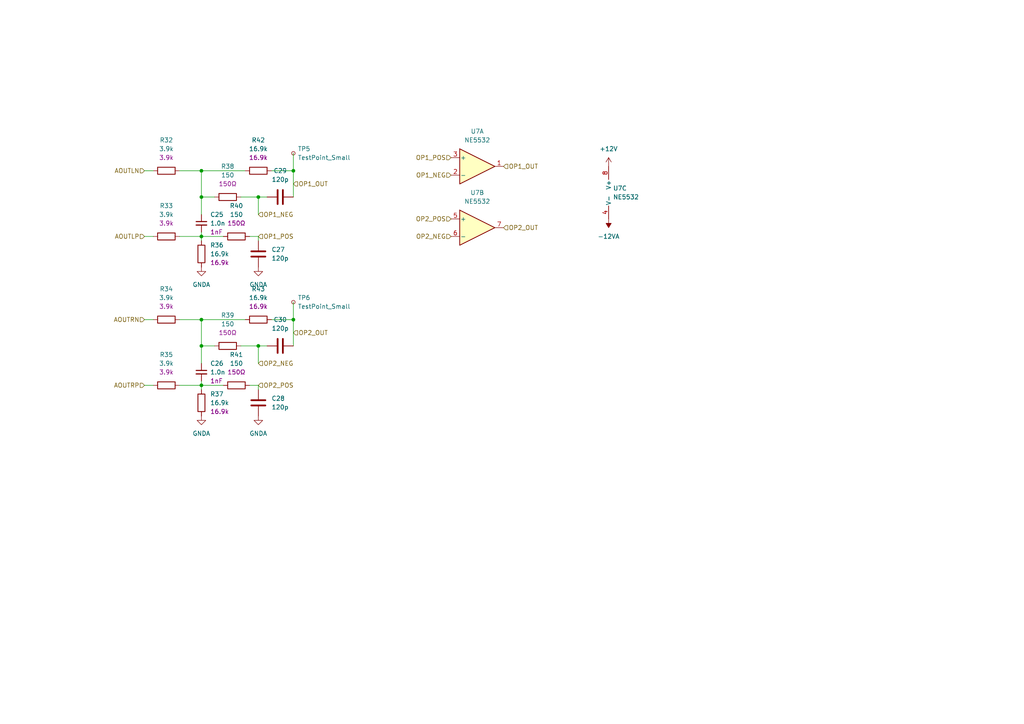
<source format=kicad_sch>
(kicad_sch (version 20231120) (generator "eeschema") (generator_version "8.0")
  (paper "A4")
  (lib_symbols
    (symbol "4ms_Capacitor:1nF_0402_50V" (pin_numbers hide) (pin_names (offset 0.254) hide)
      (property "Reference" "C" (at 1.905 1.27 0))
      (property "Display" "1nF" (at 1.905 -1.27 0))
      (symbol "1nF_0402_50V_0_1"
        (polyline (pts (xy -1.524 -0.508) (xy 1.524 -0.508)) (stroke (width 0.3302)))
        (polyline (pts (xy -1.524 0.508) (xy 1.524 0.508)) (stroke (width 0.3048)))
      )
      (symbol "1nF_0402_50V_1_1"
        (pin passive line (at 0 2.54 270) (length 2.032) (name "~") (number "1"))
        (pin passive line (at 0 -2.54 90) (length 2.032) (name "~") (number "2"))
      )
    )
    (symbol "4ms_Connector:TestPoint_Small" (pin_numbers hide) (pin_names (offset 0.762) hide)
      (property "Reference" "TP" (at 0 3.81 0))
      (property "Value" "TestPoint_Small" (at 0 2.032 0))
      (symbol "TestPoint_Small_0_1"
        (circle (center 0 0) (radius 0.508))
      )
      (symbol "TestPoint_Small_1_1"
        (pin passive line (at 0 0 90) (length 0) (name "1") (number "1"))
      )
    )
    (symbol "4ms_Power-symbol:+12V" (power) (pin_names (offset 0))
      (property "Value" "+12V" (at 0 3.556 0))
      (symbol "+12V_0_1"
        (polyline (pts (xy -0.762 1.27) (xy 0 2.54)))
        (polyline (pts (xy 0 0) (xy 0 2.54)))
        (polyline (pts (xy 0 2.54) (xy 0.762 1.27)))
      )
      (symbol "+12V_1_1"
        (pin power_in line (at 0 0 90) (length 0) hide (name "+12V") (number "1"))
      )
    )
    (symbol "4ms_Power-symbol:-12VA" (power) (pin_names (offset 0))
      (property "Value" "-12VA" (at 0 3.556 0))
      (symbol "-12VA_0_0"
        (pin power_in line (at 0 0 90) (length 0) hide (name "-12VA") (number "1"))
      )
      (symbol "-12VA_0_1"
        (polyline (pts (xy 0 0) (xy 0 1.27) (xy 0.762 1.27) (xy 0 2.54) (xy -0.762 1.27) (xy 0 1.27)) (fill (type outline)))
      )
    )
    (symbol "4ms_Power-symbol:GNDA" (power) (pin_numbers hide) (pin_names (offset 0) hide)
      (property "Value" "GNDA" (at 0 -3.81 0))
      (symbol "GNDA_0_1"
        (polyline (pts (xy 0 0) (xy 0 -1.27) (xy 1.27 -1.27) (xy 0 -2.54) (xy -1.27 -1.27) (xy 0 -1.27)))
      )
      (symbol "GNDA_1_1"
        (pin power_in line (at 0 0 270) (length 0) hide (name "GNDA") (number "1"))
      )
    )
    (symbol "4ms_Resistor_0402:150Ω_0402" (pin_numbers hide) (pin_names (offset 0))
      (property "Reference" "R" (at 2.032 0 90))
      (property "Display" "150Ω" (at 3.81 0 90))
      (symbol "150Ω_0402_0_1"
        (rectangle (start -1.016 -2.54) (end 1.016 2.54) (stroke (width 0.254)))
      )
      (symbol "150Ω_0402_1_1"
        (pin passive line (at 0 3.81 270) (length 1.27) (name "~") (number "1"))
        (pin passive line (at 0 -3.81 90) (length 1.27) (name "~") (number "2"))
      )
    )
    (symbol "4ms_Resistor_0402:16.9k_0402" (pin_numbers hide) (pin_names (offset 0))
      (property "Reference" "R" (at 2.032 0 90))
      (property "Display" "16.9k" (at 3.81 0 90))
      (symbol "16.9k_0402_0_1"
        (rectangle (start -1.016 -2.54) (end 1.016 2.54) (stroke (width 0.254)))
      )
      (symbol "16.9k_0402_1_1"
        (pin passive line (at 0 3.81 270) (length 1.27) (name "~") (number "1"))
        (pin passive line (at 0 -3.81 90) (length 1.27) (name "~") (number "2"))
      )
    )
    (symbol "4ms_Resistor_0402:3.9k_0402" (pin_numbers hide) (pin_names (offset 0))
      (property "Reference" "R" (at 2.032 0 90))
      (property "Display" "3.9k" (at 3.81 0 90))
      (symbol "3.9k_0402_0_1"
        (rectangle (start -1.016 -2.54) (end 1.016 2.54) (stroke (width 0.254)))
      )
      (symbol "3.9k_0402_1_1"
        (pin passive line (at 0 3.81 270) (length 1.27) (name "~") (number "1"))
        (pin passive line (at 0 -3.81 90) (length 1.27) (name "~") (number "2"))
      )
    )
    (symbol "Amplifier_Operational:NE5532" (pin_names (offset 0.127))
      (property "Reference" "U" (at 0 5.08 0))
      (property "Value" "NE5532" (at 0 -5.08 0))
      (symbol "NE5532_1_1"
        (polyline (pts (xy -5.08 5.08) (xy 5.08 0) (xy -5.08 -5.08) (xy -5.08 5.08)) (stroke (width 0.254)) (fill (type background)))
        (pin output line (at 7.62 0 180) (length 2.54) (name "~") (number "1"))
        (pin input line (at -7.62 -2.54 0) (length 2.54) (name "-") (number "2"))
        (pin input line (at -7.62 2.54 0) (length 2.54) (name "+") (number "3"))
      )
      (symbol "NE5532_2_1"
        (polyline (pts (xy -5.08 5.08) (xy 5.08 0) (xy -5.08 -5.08) (xy -5.08 5.08)) (stroke (width 0.254)) (fill (type background)))
        (pin input line (at -7.62 2.54 0) (length 2.54) (name "+") (number "5"))
        (pin input line (at -7.62 -2.54 0) (length 2.54) (name "-") (number "6"))
        (pin output line (at 7.62 0 180) (length 2.54) (name "~") (number "7"))
      )
      (symbol "NE5532_3_1"
        (pin power_in line (at -2.54 -7.62 90) (length 3.81) (name "V-") (number "4"))
        (pin power_in line (at -2.54 7.62 270) (length 3.81) (name "V+") (number "8"))
      )
    )
    (symbol "Device:C" (pin_numbers hide) (pin_names (offset 0.254))
      (property "Reference" "C" (at 0.635 2.54 0))
      (property "Value" "C" (at 0.635 -2.54 0))
      (symbol "C_0_1"
        (polyline (pts (xy -2.032 -0.762) (xy 2.032 -0.762)) (stroke (width 0.508)))
        (polyline (pts (xy -2.032 0.762) (xy 2.032 0.762)) (stroke (width 0.508)))
      )
      (symbol "C_1_1"
        (pin passive line (at 0 3.81 270) (length 2.794) (name "~") (number "1"))
        (pin passive line (at 0 -3.81 90) (length 2.794) (name "~") (number "2"))
      )
    )
  )
  (junction (at 58.42 92.71))
  (junction (at 58.42 57.15))
  (junction (at 58.42 100.33))
  (junction (at 85.09 49.53))
  (junction (at 58.42 68.58))
  (junction (at 58.42 111.76))
  (junction (at 74.93 100.33))
  (junction (at 58.42 49.53))
  (junction (at 74.93 57.15))
  (junction (at 85.09 92.71))
  (wire (pts (xy 41.91 92.71) (xy 44.45 92.71)))
  (wire (pts (xy 78.74 92.71) (xy 85.09 92.71)))
  (wire (pts (xy 85.09 44.45) (xy 85.09 49.53)))
  (wire (pts (xy 74.93 68.58) (xy 72.39 68.58)))
  (wire (pts (xy 58.42 57.15) (xy 58.42 62.23)))
  (wire (pts (xy 58.42 68.58) (xy 64.77 68.58)))
  (wire (pts (xy 74.93 100.33) (xy 74.93 105.41)))
  (wire (pts (xy 85.09 92.71) (xy 85.09 100.33)))
  (wire (pts (xy 74.93 113.03) (xy 74.93 111.76)))
  (wire (pts (xy 58.42 92.71) (xy 71.12 92.71)))
  (wire (pts (xy 78.74 49.53) (xy 85.09 49.53)))
  (wire (pts (xy 58.42 111.76) (xy 64.77 111.76)))
  (wire (pts (xy 58.42 57.15) (xy 62.23 57.15)))
  (wire (pts (xy 58.42 68.58) (xy 58.42 69.85)))
  (wire (pts (xy 74.93 111.76) (xy 72.39 111.76)))
  (wire (pts (xy 58.42 67.31) (xy 58.42 68.58)))
  (wire (pts (xy 52.07 92.71) (xy 58.42 92.71)))
  (wire (pts (xy 58.42 100.33) (xy 58.42 105.41)))
  (wire (pts (xy 69.85 57.15) (xy 74.93 57.15)))
  (wire (pts (xy 58.42 57.15) (xy 58.42 49.53)))
  (wire (pts (xy 74.93 68.58) (xy 74.93 69.85)))
  (wire (pts (xy 41.91 49.53) (xy 44.45 49.53)))
  (wire (pts (xy 58.42 49.53) (xy 71.12 49.53)))
  (wire (pts (xy 85.09 49.53) (xy 85.09 57.15)))
  (wire (pts (xy 58.42 100.33) (xy 62.23 100.33)))
  (wire (pts (xy 74.93 57.15) (xy 74.93 62.23)))
  (wire (pts (xy 69.85 100.33) (xy 74.93 100.33)))
  (wire (pts (xy 58.42 110.49) (xy 58.42 111.76)))
  (wire (pts (xy 41.91 111.76) (xy 44.45 111.76)))
  (wire (pts (xy 58.42 92.71) (xy 58.42 100.33)))
  (wire (pts (xy 52.07 68.58) (xy 58.42 68.58)))
  (wire (pts (xy 52.07 49.53) (xy 58.42 49.53)))
  (wire (pts (xy 85.09 87.63) (xy 85.09 92.71)))
  (wire (pts (xy 74.93 100.33) (xy 77.47 100.33)))
  (wire (pts (xy 58.42 111.76) (xy 58.42 113.03)))
  (wire (pts (xy 41.91 68.58) (xy 44.45 68.58)))
  (wire (pts (xy 74.93 57.15) (xy 77.47 57.15)))
  (wire (pts (xy 52.07 111.76) (xy 58.42 111.76)))
  (hierarchical_label "OP2_OUT" (shape input) (at 146.05 66.04 0))
  (hierarchical_label "AOUTRN" (shape input) (at 41.91 92.71 180))
  (hierarchical_label "OP1_POS" (shape input) (at 130.81 45.72 180))
  (hierarchical_label "OP2_POS" (shape input) (at 74.93 111.76 0))
  (hierarchical_label "OP2_POS" (shape input) (at 130.81 63.5 180))
  (hierarchical_label "AOUTLN" (shape input) (at 41.91 49.53 180))
  (hierarchical_label "OP1_NEG" (shape input) (at 74.93 62.23 0))
  (hierarchical_label "AOUTRP" (shape input) (at 41.91 111.76 180))
  (hierarchical_label "OP2_NEG" (shape input) (at 74.93 105.41 0))
  (hierarchical_label "OP2_OUT" (shape input) (at 85.09 96.52 0))
  (hierarchical_label "OP2_NEG" (shape input) (at 130.81 68.58 180))
  (hierarchical_label "OP1_NEG" (shape input) (at 130.81 50.8 180))
  (hierarchical_label "AOUTLP" (shape input) (at 41.91 68.58 180))
  (hierarchical_label "OP1_OUT" (shape input) (at 146.05 48.26 0))
  (hierarchical_label "OP1_POS" (shape input) (at 74.93 68.58 0))
  (hierarchical_label "OP1_OUT" (shape input) (at 85.09 53.34 0))
  (symbol (lib_id "Device:C") (at 74.93 116.84 0) (unit 1)
    (property "Reference" "C28" (at 78.74 115.5699 0) (effects (justify left)))
    (property "Value" "120p" (at 78.74 118.1099 0) (effects (justify left)))
    (property "Footprint" "4ms_Capacitor:C_0402" (effects (hide yes)))
    (property "Description" "Unpolarized capacitor" (effects (hide yes)))
    (instances (project "teensy_dc_interface" (path "" (reference "C28") (unit 1)) (path "" (reference "C22") (unit 1)) (path "" (reference "C34") (unit 1)) (path "" (reference "C17") (unit 1))))
  )
  (symbol (lib_id "4ms_Resistor_0402:3.9k_0402") (at 48.26 111.76 90) (unit 1)
    (property "Reference" "R35" (at 48.26 102.87 90))
    (property "Value" "3.9k" (at 48.26 105.41 90))
    (property "Footprint" "4ms_Resistor:R_0402" (effects (hide yes)))
    (property "Description" "3.9k, 1%, 1/16W, 0402" (effects (hide yes)))
    (property "Specifications" "3.9k, 1%, 1/16W, 0402" (effects (hide yes)))
    (property "Manufacturer" "Yageo" (effects (hide yes)))
    (property "Part Number" "RC0402FR-073K9L" (effects (hide yes)))
    (property "Display" "3.9k" (at 48.26 107.95 90))
    (property "JLCPCB ID" "C131467" (effects (hide yes)))
    (property "Production Stage" "A" (effects (hide yes)))
    (instances (project "teensy_dc_interface" (path "" (reference "R35") (unit 1)) (path "" (reference "R23") (unit 1)) (path "" (reference "R47") (unit 1)) (path "" (reference "R15") (unit 1))))
  )
  (symbol (lib_id "Amplifier_Operational:NE5532") (at 138.43 48.26 0) (unit 1)
    (property "Reference" "U7" (at 138.43 38.1 0))
    (property "Value" "NE5532" (at 138.43 40.64 0))
    (property "Footprint" "NE5532DR:SOIC127P599X175-8N" (effects (hide yes)))
    (property "Datasheet" "http://www.ti.com/lit/ds/symlink/ne5532.pdf" (effects (hide yes)))
    (property "Description" "Dual Low-Noise Operational Amplifiers, DIP-8/SOIC-8" (effects (hide yes)))
    (instances (project "teensy_dc_interface" (path "" (reference "U7") (unit 1)) (path "" (reference "U6") (unit 1)) (path "" (reference "U8") (unit 1)) (path "" (reference "U5") (unit 1))))
  )
  (symbol (lib_id "4ms_Resistor_0402:16.9k_0402") (at 74.93 49.53 90) (unit 1)
    (property "Reference" "R42" (at 74.93 40.64 90))
    (property "Value" "16.9k" (at 74.93 43.18 90))
    (property "Footprint" "4ms_Resistor:R_0402" (effects (hide yes)))
    (property "Description" "16.9k, 1%, 1/16W, 0402" (effects (hide yes)))
    (property "Specifications" "16.9k, 1%, 1/16W, 0402" (effects (hide yes)))
    (property "Manufacturer" "Yageo" (effects (hide yes)))
    (property "Part Number" "RC0402FR-0716K9L" (effects (hide yes)))
    (property "Display" "16.9k" (at 74.93 45.72 90))
    (property "JLCPCB ID" "C163488" (effects (hide yes)))
    (property "Production Stage" "A" (effects (hide yes)))
    (instances (project "teensy_dc_interface" (path "" (reference "R42") (unit 1)) (path "" (reference "R30") (unit 1)) (path "" (reference "R54") (unit 1)) (path "" (reference "R13") (unit 1))))
  )
  (symbol (lib_id "4ms_Resistor_0402:150Ω_0402") (at 68.58 111.76 90) (unit 1)
    (property "Reference" "R41" (at 68.58 102.87 90))
    (property "Value" "150" (at 68.58 105.41 90))
    (property "Footprint" "4ms_Resistor:R_0402" (effects (hide yes)))
    (property "Description" "150Ω, 1%, 1/16W, 0402" (effects (hide yes)))
    (property "Specifications" "150Ω, 1%, 1/16W, 0402" (effects (hide yes)))
    (property "Manufacturer" "Yageo" (effects (hide yes)))
    (property "Part Number" "RC0402FR-07150RL" (effects (hide yes)))
    (property "Display" "150Ω" (at 68.58 107.95 90))
    (property "JLCPCB ID" "C138054" (effects (hide yes)))
    (property "Production Stage" "A" (effects (hide yes)))
    (instances (project "teensy_dc_interface" (path "" (reference "R41") (unit 1)) (path "" (reference "R29") (unit 1)) (path "" (reference "R53") (unit 1)) (path "" (reference "R18") (unit 1))))
  )
  (symbol (lib_id "4ms_Power-symbol:GNDA") (at 58.42 77.47 0) (unit 1)
    (property "Reference" "#PWR030" (effects (hide yes)))
    (property "Value" "GNDA" (at 58.42 82.55 0))
    (property "Description" "(analog) ground power-flag symbol" (effects (hide yes)))
    (instances (project "teensy_dc_interface" (path "" (reference "#PWR030") (unit 1)) (path "" (reference "#PWR022") (unit 1)) (path "" (reference "#PWR063") (unit 1)) (path "" (reference "#PWR014") (unit 1))))
  )
  (symbol (lib_id "4ms_Power-symbol:+12V") (at 176.53 48.26 0) (unit 1)
    (property "Reference" "#PWR061" (effects (hide yes)))
    (property "Value" "+12V" (at 176.53 43.18 0))
    (instances (project "teensy_dc_interface" (path "" (reference "#PWR061") (unit 1)) (path "" (reference "#PWR028") (unit 1)) (path "" (reference "#PWR069") (unit 1)) (path "" (reference "#PWR020") (unit 1))))
  )
  (symbol (lib_id "Device:C") (at 81.28 57.15 90) (unit 1)
    (property "Reference" "C29" (at 81.28 49.53 90))
    (property "Value" "120p" (at 81.28 52.07 90))
    (property "Footprint" "4ms_Capacitor:C_0402" (effects (hide yes)))
    (property "Description" "Unpolarized capacitor" (effects (hide yes)))
    (instances (project "teensy_dc_interface" (path "" (reference "C29") (unit 1)) (path "" (reference "C23") (unit 1)) (path "" (reference "C35") (unit 1)) (path "" (reference "C15") (unit 1))))
  )
  (symbol (lib_id "4ms_Resistor_0402:3.9k_0402") (at 48.26 92.71 90) (unit 1)
    (property "Reference" "R34" (at 48.26 83.82 90))
    (property "Value" "3.9k" (at 48.26 86.36 90))
    (property "Footprint" "4ms_Resistor:R_0402" (effects (hide yes)))
    (property "Description" "3.9k, 1%, 1/16W, 0402" (effects (hide yes)))
    (property "Specifications" "3.9k, 1%, 1/16W, 0402" (effects (hide yes)))
    (property "Manufacturer" "Yageo" (effects (hide yes)))
    (property "Part Number" "RC0402FR-073K9L" (effects (hide yes)))
    (property "Display" "3.9k" (at 48.26 88.9 90))
    (property "JLCPCB ID" "C131467" (effects (hide yes)))
    (property "Production Stage" "A" (effects (hide yes)))
    (instances (project "teensy_dc_interface" (path "" (reference "R34") (unit 1)) (path "" (reference "R22") (unit 1)) (path "" (reference "R46") (unit 1)) (path "" (reference "R14") (unit 1))))
  )
  (symbol (lib_id "4ms_Resistor_0402:16.9k_0402") (at 74.93 92.71 90) (unit 1)
    (property "Reference" "R43" (at 74.93 83.82 90))
    (property "Value" "16.9k" (at 74.93 86.36 90))
    (property "Footprint" "4ms_Resistor:R_0402" (effects (hide yes)))
    (property "Description" "16.9k, 1%, 1/16W, 0402" (effects (hide yes)))
    (property "Specifications" "16.9k, 1%, 1/16W, 0402" (effects (hide yes)))
    (property "Manufacturer" "Yageo" (effects (hide yes)))
    (property "Part Number" "RC0402FR-0716K9L" (effects (hide yes)))
    (property "Display" "16.9k" (at 74.93 88.9 90))
    (property "JLCPCB ID" "C163488" (effects (hide yes)))
    (property "Production Stage" "A" (effects (hide yes)))
    (instances (project "teensy_dc_interface" (path "" (reference "R43") (unit 1)) (path "" (reference "R31") (unit 1)) (path "" (reference "R55") (unit 1)) (path "" (reference "R19") (unit 1))))
  )
  (symbol (lib_id "4ms_Power-symbol:GNDA") (at 58.42 120.65 0) (unit 1)
    (property "Reference" "#PWR031" (effects (hide yes)))
    (property "Value" "GNDA" (at 58.42 125.73 0))
    (property "Description" "(analog) ground power-flag symbol" (effects (hide yes)))
    (instances (project "teensy_dc_interface" (path "" (reference "#PWR031") (unit 1)) (path "" (reference "#PWR023") (unit 1)) (path "" (reference "#PWR064") (unit 1)) (path "" (reference "#PWR015") (unit 1))))
  )
  (symbol (lib_id "Amplifier_Operational:NE5532") (at 138.43 66.04 0) (unit 2)
    (property "Reference" "U7" (at 138.43 55.88 0))
    (property "Value" "NE5532" (at 138.43 58.42 0))
    (property "Footprint" "NE5532DR:SOIC127P599X175-8N" (effects (hide yes)))
    (property "Datasheet" "http://www.ti.com/lit/ds/symlink/ne5532.pdf" (effects (hide yes)))
    (property "Description" "Dual Low-Noise Operational Amplifiers, DIP-8/SOIC-8" (effects (hide yes)))
    (instances (project "teensy_dc_interface" (path "" (reference "U7") (unit 2)) (path "" (reference "U6") (unit 2)) (path "" (reference "U8") (unit 2)) (path "" (reference "U5") (unit 2))))
  )
  (symbol (lib_id "4ms_Resistor_0402:16.9k_0402") (at 58.42 116.84 180) (unit 1)
    (property "Reference" "R37" (at 60.96 114.2999 0) (effects (justify right)))
    (property "Value" "16.9k" (at 60.96 116.8399 0) (effects (justify right)))
    (property "Footprint" "4ms_Resistor:R_0402" (effects (hide yes)))
    (property "Description" "16.9k, 1%, 1/16W, 0402" (effects (hide yes)))
    (property "Specifications" "16.9k, 1%, 1/16W, 0402" (effects (hide yes)))
    (property "Manufacturer" "Yageo" (effects (hide yes)))
    (property "Part Number" "RC0402FR-0716K9L" (effects (hide yes)))
    (property "Display" "16.9k" (at 60.96 119.3799 0) (effects (justify right)))
    (property "JLCPCB ID" "C163488" (effects (hide yes)))
    (property "Production Stage" "A" (effects (hide yes)))
    (instances (project "teensy_dc_interface" (path "" (reference "R37") (unit 1)) (path "" (reference "R25") (unit 1)) (path "" (reference "R49") (unit 1)) (path "" (reference "R16") (unit 1))))
  )
  (symbol (lib_id "Device:C") (at 81.28 100.33 90) (unit 1)
    (property "Reference" "C30" (at 81.28 92.71 90))
    (property "Value" "120p" (at 81.28 95.25 90))
    (property "Footprint" "4ms_Capacitor:C_0402" (effects (hide yes)))
    (property "Description" "Unpolarized capacitor" (effects (hide yes)))
    (instances (project "teensy_dc_interface" (path "" (reference "C30") (unit 1)) (path "" (reference "C24") (unit 1)) (path "" (reference "C36") (unit 1)) (path "" (reference "C18") (unit 1))))
  )
  (symbol (lib_id "4ms_Power-symbol:-12VA") (at 176.53 63.5 180) (unit 1)
    (property "Reference" "#PWR062" (effects (hide yes)))
    (property "Value" "-12VA" (at 176.53 68.58 0))
    (instances (project "teensy_dc_interface" (path "" (reference "#PWR062") (unit 1)) (path "" (reference "#PWR029") (unit 1)) (path "" (reference "#PWR070") (unit 1)) (path "" (reference "#PWR021") (unit 1))))
  )
  (symbol (lib_id "4ms_Resistor_0402:150Ω_0402") (at 66.04 100.33 90) (unit 1)
    (property "Reference" "R39" (at 66.04 91.44 90))
    (property "Value" "150" (at 66.04 93.98 90))
    (property "Footprint" "4ms_Resistor:R_0402" (effects (hide yes)))
    (property "Description" "150Ω, 1%, 1/16W, 0402" (effects (hide yes)))
    (property "Specifications" "150Ω, 1%, 1/16W, 0402" (effects (hide yes)))
    (property "Manufacturer" "Yageo" (effects (hide yes)))
    (property "Part Number" "RC0402FR-07150RL" (effects (hide yes)))
    (property "Display" "150Ω" (at 66.04 96.52 90))
    (property "JLCPCB ID" "C138054" (effects (hide yes)))
    (property "Production Stage" "A" (effects (hide yes)))
    (instances (project "teensy_dc_interface" (path "" (reference "R39") (unit 1)) (path "" (reference "R27") (unit 1)) (path "" (reference "R51") (unit 1)) (path "" (reference "R17") (unit 1))))
  )
  (symbol (lib_id "Device:C") (at 74.93 73.66 0) (unit 1)
    (property "Reference" "C27" (at 78.74 72.3899 0) (effects (justify left)))
    (property "Value" "120p" (at 78.74 74.9299 0) (effects (justify left)))
    (property "Footprint" "4ms_Capacitor:C_0402" (effects (hide yes)))
    (property "Description" "Unpolarized capacitor" (effects (hide yes)))
    (instances (project "teensy_dc_interface" (path "" (reference "C27") (unit 1)) (path "" (reference "C21") (unit 1)) (path "" (reference "C33") (unit 1)) (path "" (reference "C14") (unit 1))))
  )
  (symbol (lib_id "4ms_Resistor_0402:150Ω_0402") (at 68.58 68.58 90) (unit 1)
    (property "Reference" "R40" (at 68.58 59.69 90))
    (property "Value" "150" (at 68.58 62.23 90))
    (property "Footprint" "4ms_Resistor:R_0402" (effects (hide yes)))
    (property "Description" "150Ω, 1%, 1/16W, 0402" (effects (hide yes)))
    (property "Specifications" "150Ω, 1%, 1/16W, 0402" (effects (hide yes)))
    (property "Manufacturer" "Yageo" (effects (hide yes)))
    (property "Part Number" "RC0402FR-07150RL" (effects (hide yes)))
    (property "Display" "150Ω" (at 68.58 64.77 90))
    (property "JLCPCB ID" "C138054" (effects (hide yes)))
    (property "Production Stage" "A" (effects (hide yes)))
    (instances (project "teensy_dc_interface" (path "" (reference "R40") (unit 1)) (path "" (reference "R28") (unit 1)) (path "" (reference "R52") (unit 1)) (path "" (reference "R12") (unit 1))))
  )
  (symbol (lib_id "4ms_Capacitor:1nF_0402_50V") (at 58.42 107.95 0) (unit 1)
    (property "Reference" "C26" (at 60.96 105.4162 0) (effects (justify left)))
    (property "Value" "1.0n" (at 60.96 107.9562 0) (effects (justify left)))
    (property "Footprint" "4ms_Capacitor:C_0402" (effects (hide yes)))
    (property "Description" "1nF, 50V, 10%, X7R or similar" (effects (hide yes)))
    (property "Specifications" "1nF, 50V, 10%, X7R or similar" (effects (hide yes)))
    (property "Manufacturer" "AVX Corportation" (effects (hide yes)))
    (property "Part Number" "04025C102KAT2A " (effects (hide yes)))
    (property "Display" "1nF" (at 60.96 110.4962 0) (effects (justify left)))
    (property "JLCPCB ID" "C167632" (effects (hide yes)))
    (property "Production Stage" "A" (effects (hide yes)))
    (instances (project "teensy_dc_interface" (path "" (reference "C26") (unit 1)) (path "" (reference "C20") (unit 1)) (path "" (reference "C32") (unit 1)) (path "" (reference "C16") (unit 1))))
  )
  (symbol (lib_id "4ms_Connector:TestPoint_Small") (at 85.09 87.63 0) (unit 1)
    (property "Reference" "TP6" (at 86.36 86.3599 0) (effects (justify left)))
    (property "Value" "TestPoint_Small" (at 86.36 88.8999 0) (effects (justify left)))
    (property "Footprint" "TestPoint:TestPoint_Keystone_5005-5009_Compact" (effects (hide yes)))
    (property "Description" "test point" (effects (hide yes)))
    (instances (project "teensy_dc_interface" (path "" (reference "TP6") (unit 1)) (path "" (reference "TP4") (unit 1)) (path "" (reference "TP8") (unit 1)) (path "" (reference "TP2") (unit 1))))
  )
  (symbol (lib_id "Amplifier_Operational:NE5532") (at 179.07 55.88 0) (unit 3)
    (property "Reference" "U7" (at 177.8 54.6099 0) (effects (justify left)))
    (property "Value" "NE5532" (at 177.8 57.1499 0) (effects (justify left)))
    (property "Footprint" "NE5532DR:SOIC127P599X175-8N" (effects (hide yes)))
    (property "Datasheet" "http://www.ti.com/lit/ds/symlink/ne5532.pdf" (effects (hide yes)))
    (property "Description" "Dual Low-Noise Operational Amplifiers, DIP-8/SOIC-8" (effects (hide yes)))
    (instances (project "teensy_dc_interface" (path "" (reference "U7") (unit 3)) (path "" (reference "U6") (unit 3)) (path "" (reference "U8") (unit 3)) (path "" (reference "U5") (unit 3))))
  )
  (symbol (lib_id "4ms_Resistor_0402:3.9k_0402") (at 48.26 49.53 90) (unit 1)
    (property "Reference" "R32" (at 48.26 40.64 90))
    (property "Value" "3.9k" (at 48.26 43.18 90))
    (property "Footprint" "4ms_Resistor:R_0402" (effects (hide yes)))
    (property "Description" "3.9k, 1%, 1/16W, 0402" (effects (hide yes)))
    (property "Specifications" "3.9k, 1%, 1/16W, 0402" (effects (hide yes)))
    (property "Manufacturer" "Yageo" (effects (hide yes)))
    (property "Part Number" "RC0402FR-073K9L" (effects (hide yes)))
    (property "Display" "3.9k" (at 48.26 45.72 90))
    (property "JLCPCB ID" "C131467" (effects (hide yes)))
    (property "Production Stage" "A" (effects (hide yes)))
    (instances (project "teensy_dc_interface" (path "" (reference "R32") (unit 1)) (path "" (reference "R20") (unit 1)) (path "" (reference "R44") (unit 1)) (path "" (reference "R8") (unit 1))))
  )
  (symbol (lib_id "4ms_Power-symbol:GNDA") (at 74.93 77.47 0) (unit 1)
    (property "Reference" "#PWR032" (effects (hide yes)))
    (property "Value" "GNDA" (at 74.93 82.55 0))
    (property "Description" "(analog) ground power-flag symbol" (effects (hide yes)))
    (instances (project "teensy_dc_interface" (path "" (reference "#PWR032") (unit 1)) (path "" (reference "#PWR024") (unit 1)) (path "" (reference "#PWR065") (unit 1)) (path "" (reference "#PWR016") (unit 1))))
  )
  (symbol (lib_id "4ms_Connector:TestPoint_Small") (at 85.09 44.45 0) (unit 1)
    (property "Reference" "TP5" (at 86.36 43.1799 0) (effects (justify left)))
    (property "Value" "TestPoint_Small" (at 86.36 45.7199 0) (effects (justify left)))
    (property "Footprint" "TestPoint:TestPoint_Keystone_5005-5009_Compact" (effects (hide yes)))
    (property "Description" "test point" (effects (hide yes)))
    (instances (project "teensy_dc_interface" (path "" (reference "TP5") (unit 1)) (path "" (reference "TP3") (unit 1)) (path "" (reference "TP7") (unit 1)) (path "" (reference "TP1") (unit 1))))
  )
  (symbol (lib_id "4ms_Resistor_0402:3.9k_0402") (at 48.26 68.58 90) (unit 1)
    (property "Reference" "R33" (at 48.26 59.69 90))
    (property "Value" "3.9k" (at 48.26 62.23 90))
    (property "Footprint" "4ms_Resistor:R_0402" (effects (hide yes)))
    (property "Description" "3.9k, 1%, 1/16W, 0402" (effects (hide yes)))
    (property "Specifications" "3.9k, 1%, 1/16W, 0402" (effects (hide yes)))
    (property "Manufacturer" "Yageo" (effects (hide yes)))
    (property "Part Number" "RC0402FR-073K9L" (effects (hide yes)))
    (property "Display" "3.9k" (at 48.26 64.77 90))
    (property "JLCPCB ID" "C131467" (effects (hide yes)))
    (property "Production Stage" "A" (effects (hide yes)))
    (instances (project "teensy_dc_interface" (path "" (reference "R33") (unit 1)) (path "" (reference "R21") (unit 1)) (path "" (reference "R45") (unit 1)) (path "" (reference "R9") (unit 1))))
  )
  (symbol (lib_id "4ms_Power-symbol:GNDA") (at 74.93 120.65 0) (unit 1)
    (property "Reference" "#PWR033" (effects (hide yes)))
    (property "Value" "GNDA" (at 74.93 125.73 0))
    (property "Description" "(analog) ground power-flag symbol" (effects (hide yes)))
    (instances (project "teensy_dc_interface" (path "" (reference "#PWR033") (unit 1)) (path "" (reference "#PWR025") (unit 1)) (path "" (reference "#PWR066") (unit 1)) (path "" (reference "#PWR017") (unit 1))))
  )
  (symbol (lib_id "4ms_Resistor_0402:16.9k_0402") (at 58.42 73.66 180) (unit 1)
    (property "Reference" "R36" (at 60.96 71.1199 0) (effects (justify right)))
    (property "Value" "16.9k" (at 60.96 73.6599 0) (effects (justify right)))
    (property "Footprint" "4ms_Resistor:R_0402" (effects (hide yes)))
    (property "Description" "16.9k, 1%, 1/16W, 0402" (effects (hide yes)))
    (property "Specifications" "16.9k, 1%, 1/16W, 0402" (effects (hide yes)))
    (property "Manufacturer" "Yageo" (effects (hide yes)))
    (property "Part Number" "RC0402FR-0716K9L" (effects (hide yes)))
    (property "Display" "16.9k" (at 60.96 76.1999 0) (effects (justify right)))
    (property "JLCPCB ID" "C163488" (effects (hide yes)))
    (property "Production Stage" "A" (effects (hide yes)))
    (instances (project "teensy_dc_interface" (path "" (reference "R36") (unit 1)) (path "" (reference "R24") (unit 1)) (path "" (reference "R48") (unit 1)) (path "" (reference "R10") (unit 1))))
  )
  (symbol (lib_id "4ms_Capacitor:1nF_0402_50V") (at 58.42 64.77 0) (unit 1)
    (property "Reference" "C25" (at 60.96 62.2362 0) (effects (justify left)))
    (property "Value" "1.0n" (at 60.96 64.7762 0) (effects (justify left)))
    (property "Footprint" "4ms_Capacitor:C_0402" (effects (hide yes)))
    (property "Description" "1nF, 50V, 10%, X7R or similar" (effects (hide yes)))
    (property "Specifications" "1nF, 50V, 10%, X7R or similar" (effects (hide yes)))
    (property "Manufacturer" "AVX Corportation" (effects (hide yes)))
    (property "Part Number" "04025C102KAT2A " (effects (hide yes)))
    (property "Display" "1nF" (at 60.96 67.3162 0) (effects (justify left)))
    (property "JLCPCB ID" "C167632" (effects (hide yes)))
    (property "Production Stage" "A" (effects (hide yes)))
    (instances (project "teensy_dc_interface" (path "" (reference "C25") (unit 1)) (path "" (reference "C19") (unit 1)) (path "" (reference "C31") (unit 1)) (path "" (reference "C13") (unit 1))))
  )
  (symbol (lib_id "4ms_Resistor_0402:150Ω_0402") (at 66.04 57.15 90) (unit 1)
    (property "Reference" "R38" (at 66.04 48.26 90))
    (property "Value" "150" (at 66.04 50.8 90))
    (property "Footprint" "4ms_Resistor:R_0402" (effects (hide yes)))
    (property "Description" "150Ω, 1%, 1/16W, 0402" (effects (hide yes)))
    (property "Specifications" "150Ω, 1%, 1/16W, 0402" (effects (hide yes)))
    (property "Manufacturer" "Yageo" (effects (hide yes)))
    (property "Part Number" "RC0402FR-07150RL" (effects (hide yes)))
    (property "Display" "150Ω" (at 66.04 53.34 90))
    (property "JLCPCB ID" "C138054" (effects (hide yes)))
    (property "Production Stage" "A" (effects (hide yes)))
    (instances (project "teensy_dc_interface" (path "" (reference "R38") (unit 1)) (path "" (reference "R26") (unit 1)) (path "" (reference "R50") (unit 1)) (path "" (reference "R11") (unit 1))))
  )
)
</source>
